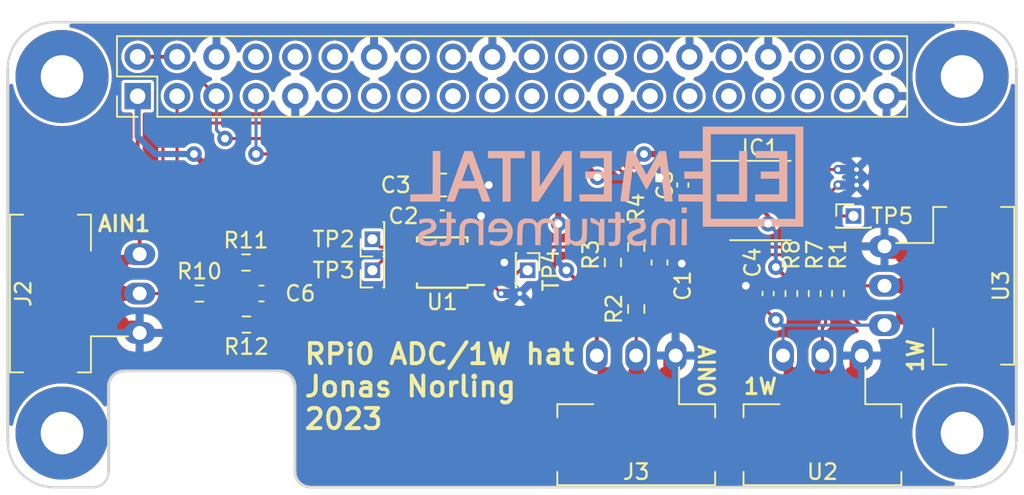
<source format=kicad_pcb>
(kicad_pcb (version 20211014) (generator pcbnew)
  (title_block (title "RPi0 Room Node"))
  (layers (0 "F.Cu" signal) (31 "B.Cu" signal) (34 "B.Paste" user) (35 "F.Paste" user) (36 "B.SilkS" user "B.Silkscreen") (37 "F.SilkS" user "F.Silkscreen") (38 "B.Mask" user) (39 "F.Mask" user) (44 "Edge.Cuts" user))
  (net 0 "")
  (net 1 "+5V")
  (net 2 "GND")
  (net 3 "/ONEWIRE")
  (net 4 "/AIN0")
  (net 5 "+3.3V")
  (net 6 "/SDA")
  (net 7 "/SCL")
  (net 28 "/AI0")
  (net 29 "Net-(TP2-Pad1)")
  (net 30 "Net-(TP3-Pad1)")
  (net 31 "Net-(TP4-Pad1)")
  (net 38 "Net-(J1-Pad7)")
  (net 39 "/1W_VDD")
  (net 40 "Net-(IC1-Pad7)")
  (net 41 "Net-(R6-Pad2)")
  (net 42 "Net-(IC1-Pad8)")
  (net 43 "Net-(IC1-Pad6)")
  (net 44 "/AIN1")
  (net 45 "/AI1")
  (footprint "NetTie:NetTie-2_THT_Pad0.3mm" (layer "F.Cu") (at 151.2 107 180)
    (fp_text reference "R5" hide)
    (fp_text value "R")
    (fp_poly (pts (xy 0 -0.3) (xy 1.2 -0.3) (xy 1.2 0.3) (xy 0 0.3)) (layer "F.Cu") (width 0) (fill solid))
    (fp_poly (pts (xy 0 -0.3) (xy 1.2 -0.3) (xy 1.2 0.3) (xy 0 0.3)) (layer "B.Cu") (width 0) (fill solid))
    (pad "1" thru_hole circle (at 0 0 180) (size 0.6 0.6) (drill 0.3) (layers *.Cu) (net 2 "GND"))
    (pad "2" thru_hole circle (at 1.2 0 180) (size 0.6 0.6) (drill 0.3) (layers *.Cu) (net 40 "Net-(IC1-Pad7)"))
  )
  (footprint "Connector_PinHeader_1.27mm:PinHeader_1x01_P1.27mm_Vertical" (layer "F.Cu") (at 120 110.5 90)
    (fp_text reference "TP2" (at 0 -2.5 180) (layer "F.SilkS"))
    (fp_text value "TestPoint")
    (pad "1" thru_hole rect (at 0 0 90) (size 1 1) (drill 0.65) (layers *.Cu *.Mask) (net 29 "Net-(TP2-Pad1)"))
  )
  (footprint "Connector_PinHeader_1.27mm:PinHeader_1x01_P1.27mm_Vertical" (layer "F.Cu") (at 130 112.5 -90)
    (fp_text reference "TP4" (at 0 -1.5 -90) (layer "F.SilkS"))
    (fp_text value "TestPoint")
    (pad "1" thru_hole rect (at 0 0 270) (size 1 1) (drill 0.65) (layers *.Cu *.Mask) (net 31 "Net-(TP4-Pad1)"))
  )
  (footprint "Connector_PinHeader_1.27mm:PinHeader_1x01_P1.27mm_Vertical" (layer "F.Cu") (at 120 112.5 90)
    (fp_text reference "TP3" (at 0 -2.5 180) (layer "F.SilkS"))
    (fp_text value "TestPoint")
    (pad "1" thru_hole rect (at 0 0 90) (size 1 1) (drill 0.65) (layers *.Cu *.Mask) (net 30 "Net-(TP3-Pad1)"))
  )
  (footprint "holes:hole_2.75" (layer "F.Cu") (at 100 100)
    (fp_text reference "H1" hide)
    (fp_text value "MountingHole" hide)
    (pad "" np_thru_hole circle locked (at 0 0) (size 6 6) (drill 2.75) (layers *.Cu *.Mask))
  )
  (footprint "holes:hole_2.75" (layer "F.Cu") (at 158 100)
    (fp_text reference "H2" hide)
    (fp_text value "MountingHole" hide)
    (pad "" np_thru_hole circle locked (at 0 0) (size 6 6) (drill 2.75) (layers *.Cu *.Mask))
  )
  (footprint "holes:hole_2.75" (layer "F.Cu") (at 158 123)
    (fp_text reference "H4" hide)
    (fp_text value "MountingHole" hide)
    (pad "" np_thru_hole circle locked (at 0 0) (size 6 6) (drill 2.75) (layers *.Cu *.Mask))
  )
  (footprint "holes:hole_2.75" (layer "F.Cu") (at 100 123)
    (fp_text reference "H3" hide)
    (fp_text value "MountingHole" hide)
    (pad "" np_thru_hole circle locked (at 0 0) (size 6 6) (drill 2.75) (layers *.Cu *.Mask))
  )
  (footprint "Connector_PinHeader_2.54mm:PinHeader_2x20_P2.54mm_Vertical" (layer "F.Cu") (at 104.87 101.27 90)
    (fp_text reference "J1" hide)
    (fp_text value "Raspberry Pi")
    (pad "1" thru_hole rect locked (at 0 0 90) (size 1.7 1.7) (drill 1) (layers *.Cu *.Mask) (net 5 "+3.3V"))
    (pad "2" thru_hole oval locked (at 2.54 0 90) (size 1.7 1.7) (drill 1) (layers *.Cu *.Mask) (net 1 "+5V"))
    (pad "3" thru_hole oval locked (at 0 2.54 90) (size 1.7 1.7) (drill 1) (layers *.Cu *.Mask) (net 6 "/SDA"))
    (pad "4" thru_hole oval locked (at 2.54 2.54 90) (size 1.7 1.7) (drill 1) (layers *.Cu *.Mask) (net 1 "+5V"))
    (pad "5" thru_hole oval locked (at 0 5.08 90) (size 1.7 1.7) (drill 1) (layers *.Cu *.Mask) (net 7 "/SCL"))
    (pad "6" thru_hole oval locked (at 2.54 5.08 90) (size 1.7 1.7) (drill 1) (layers *.Cu *.Mask) (net 2 "GND"))
    (pad "7" thru_hole oval locked (at 0 7.62 90) (size 1.7 1.7) (drill 1) (layers *.Cu *.Mask) (net 38 "Net-(J1-Pad7)"))
    (pad "8" thru_hole oval locked (at 2.54 7.62 90) (size 1.7 1.7) (drill 1) (layers *.Cu *.Mask))
    (pad "9" thru_hole oval locked (at 0 10.16 90) (size 1.7 1.7) (drill 1) (layers *.Cu *.Mask) (net 2 "GND"))
    (pad "10" thru_hole oval locked (at 2.54 10.16 90) (size 1.7 1.7) (drill 1) (layers *.Cu *.Mask))
    (pad "11" thru_hole oval locked (at 0 12.7 90) (size 1.7 1.7) (drill 1) (layers *.Cu *.Mask))
    (pad "12" thru_hole oval locked (at 2.54 12.7 90) (size 1.7 1.7) (drill 1) (layers *.Cu *.Mask))
    (pad "13" thru_hole oval locked (at 0 15.24 90) (size 1.7 1.7) (drill 1) (layers *.Cu *.Mask))
    (pad "14" thru_hole oval locked (at 2.54 15.24 90) (size 1.7 1.7) (drill 1) (layers *.Cu *.Mask) (net 2 "GND"))
    (pad "15" thru_hole oval locked (at 0 17.78 90) (size 1.7 1.7) (drill 1) (layers *.Cu *.Mask))
    (pad "16" thru_hole oval locked (at 2.54 17.78 90) (size 1.7 1.7) (drill 1) (layers *.Cu *.Mask))
    (pad "17" thru_hole oval locked (at 0 20.32 90) (size 1.7 1.7) (drill 1) (layers *.Cu *.Mask))
    (pad "18" thru_hole oval locked (at 2.54 20.32 90) (size 1.7 1.7) (drill 1) (layers *.Cu *.Mask))
    (pad "19" thru_hole oval locked (at 0 22.86 90) (size 1.7 1.7) (drill 1) (layers *.Cu *.Mask))
    (pad "20" thru_hole oval locked (at 2.54 22.86 90) (size 1.7 1.7) (drill 1) (layers *.Cu *.Mask) (net 2 "GND"))
    (pad "21" thru_hole oval locked (at 0 25.4 90) (size 1.7 1.7) (drill 1) (layers *.Cu *.Mask))
    (pad "22" thru_hole oval locked (at 2.54 25.4 90) (size 1.7 1.7) (drill 1) (layers *.Cu *.Mask))
    (pad "23" thru_hole oval locked (at 0 27.94 90) (size 1.7 1.7) (drill 1) (layers *.Cu *.Mask))
    (pad "24" thru_hole oval locked (at 2.54 27.94 90) (size 1.7 1.7) (drill 1) (layers *.Cu *.Mask))
    (pad "25" thru_hole oval locked (at 0 30.48 90) (size 1.7 1.7) (drill 1) (layers *.Cu *.Mask) (net 2 "GND"))
    (pad "26" thru_hole oval locked (at 2.54 30.48 90) (size 1.7 1.7) (drill 1) (layers *.Cu *.Mask))
    (pad "27" thru_hole oval locked (at 0 33.02 90) (size 1.7 1.7) (drill 1) (layers *.Cu *.Mask))
    (pad "28" thru_hole oval locked (at 2.54 33.02 90) (size 1.7 1.7) (drill 1) (layers *.Cu *.Mask))
    (pad "29" thru_hole oval locked (at 0 35.56 90) (size 1.7 1.7) (drill 1) (layers *.Cu *.Mask))
    (pad "30" thru_hole oval locked (at 2.54 35.56 90) (size 1.7 1.7) (drill 1) (layers *.Cu *.Mask) (net 2 "GND"))
    (pad "31" thru_hole oval locked (at 0 38.1 90) (size 1.7 1.7) (drill 1) (layers *.Cu *.Mask))
    (pad "32" thru_hole oval locked (at 2.54 38.1 90) (size 1.7 1.7) (drill 1) (layers *.Cu *.Mask))
    (pad "33" thru_hole oval locked (at 0 40.64 90) (size 1.7 1.7) (drill 1) (layers *.Cu *.Mask))
    (pad "34" thru_hole oval locked (at 2.54 40.64 90) (size 1.7 1.7) (drill 1) (layers *.Cu *.Mask) (net 2 "GND"))
    (pad "35" thru_hole oval locked (at 0 43.18 90) (size 1.7 1.7) (drill 1) (layers *.Cu *.Mask))
    (pad "36" thru_hole oval locked (at 2.54 43.18 90) (size 1.7 1.7) (drill 1) (layers *.Cu *.Mask))
    (pad "37" thru_hole oval locked (at 0 45.72 90) (size 1.7 1.7) (drill 1) (layers *.Cu *.Mask))
    (pad "38" thru_hole oval locked (at 2.54 45.72 90) (size 1.7 1.7) (drill 1) (layers *.Cu *.Mask))
    (pad "39" thru_hole oval locked (at 0 48.26 90) (size 1.7 1.7) (drill 1) (layers *.Cu *.Mask) (net 2 "GND"))
    (pad "40" thru_hole oval locked (at 2.54 48.26 90) (size 1.7 1.7) (drill 1) (layers *.Cu *.Mask))
  )
  (footprint "Package_SO:TSSOP-10_3x3mm_P0.5mm" (layer "F.Cu") (at 124.5 112 180)
    (fp_text reference "U1" (at 0 -2.55) (layer "F.SilkS"))
    (fp_text value "ADS1015IDGS")
    (pad "1" smd rect (at -2.15 -1 180) (size 1.1 0.25) (layers "F.Cu" "F.Paste" "F.Mask") (net 41 "Net-(R6-Pad2)"))
    (pad "2" smd rect (at -2.15 -0.5 180) (size 1.1 0.25) (layers "F.Cu" "F.Paste" "F.Mask") (net 31 "Net-(TP4-Pad1)"))
    (pad "3" smd rect (at -2.15 0 180) (size 1.1 0.25) (layers "F.Cu" "F.Paste" "F.Mask") (net 2 "GND"))
    (pad "4" smd rect (at -2.15 0.5 180) (size 1.1 0.25) (layers "F.Cu" "F.Paste" "F.Mask") (net 4 "/AIN0"))
    (pad "5" smd rect (at -2.15 1 180) (size 1.1 0.25) (layers "F.Cu" "F.Paste" "F.Mask") (net 44 "/AIN1"))
    (pad "6" smd rect (at 2.15 1 180) (size 1.1 0.25) (layers "F.Cu" "F.Paste" "F.Mask") (net 29 "Net-(TP2-Pad1)"))
    (pad "7" smd rect (at 2.15 0.5 180) (size 1.1 0.25) (layers "F.Cu" "F.Paste" "F.Mask") (net 30 "Net-(TP3-Pad1)"))
    (pad "8" smd rect (at 2.15 0 180) (size 1.1 0.25) (layers "F.Cu" "F.Paste" "F.Mask") (net 5 "+3.3V"))
    (pad "9" smd rect (at 2.15 -0.5 180) (size 1.1 0.25) (layers "F.Cu" "F.Paste" "F.Mask") (net 6 "/SDA"))
    (pad "10" smd rect (at 2.15 -1 180) (size 1.1 0.25) (layers "F.Cu" "F.Paste" "F.Mask") (net 7 "/SCL"))
  )
  (footprint "Capacitor_SMD:C_0603_1608Metric_Pad1.08x0.95mm_HandSolder" (layer "F.Cu") (at 138.5 112 90)
    (fp_text reference "C1" (at -1.5 1.5 90) (layer "F.SilkS"))
    (fp_text value "100n")
    (pad "1" smd roundrect (at -0.8625 0 90) (size 1.075 0.95) (layers "F.Cu" "F.Paste" "F.Mask") (net 4 "/AIN0"))
    (pad "2" smd roundrect (at 0.8625 0 90) (size 1.075 0.95) (layers "F.Cu" "F.Paste" "F.Mask") (net 2 "GND"))
  )
  (footprint "Capacitor_SMD:C_0402_1005Metric_Pad0.74x0.62mm_HandSolder" (layer "F.Cu") (at 124.5 109)
    (fp_text reference "C2" (at -2.5 0) (layer "F.SilkS"))
    (fp_text value "100n")
    (pad "1" smd roundrect (at -0.5675 0) (size 0.735 0.62) (layers "F.Cu" "F.Paste" "F.Mask") (net 5 "+3.3V"))
    (pad "2" smd roundrect (at 0.5675 0) (size 0.735 0.62) (layers "F.Cu" "F.Paste" "F.Mask") (net 2 "GND"))
  )
  (footprint "Resistor_SMD:R_0603_1608Metric_Pad0.98x0.95mm_HandSolder" (layer "F.Cu") (at 135.5 112 90)
    (fp_text reference "R3" (at 0.5 -1.43 90) (layer "F.SilkS"))
    (fp_text value "R")
    (pad "1" smd roundrect (at -0.9125 0 90) (size 0.975 0.95) (layers "F.Cu" "F.Paste" "F.Mask") (net 4 "/AIN0"))
    (pad "2" smd roundrect (at 0.9125 0 90) (size 0.975 0.95) (layers "F.Cu" "F.Paste" "F.Mask") (net 5 "+3.3V"))
  )
  (footprint "Resistor_SMD:R_0603_1608Metric_Pad0.98x0.95mm_HandSolder" (layer "F.Cu") (at 137 111 -90)
    (fp_text reference "R4" (at -2.5 0 -90) (layer "F.SilkS"))
    (fp_text value "R")
    (pad "1" smd roundrect (at -0.9125 0 270) (size 0.975 0.95) (layers "F.Cu" "F.Paste" "F.Mask") (net 2 "GND"))
    (pad "2" smd roundrect (at 0.9125 0 270) (size 0.975 0.95) (layers "F.Cu" "F.Paste" "F.Mask") (net 4 "/AIN0"))
  )
  (footprint "Resistor_SMD:R_0603_1608Metric_Pad0.98x0.95mm_HandSolder" (layer "F.Cu") (at 137 115 90)
    (fp_text reference "R2" (at 0 -1.43 90) (layer "F.SilkS"))
    (fp_text value "R")
    (pad "1" smd roundrect (at -0.9125 0 90) (size 0.975 0.95) (layers "F.Cu" "F.Paste" "F.Mask") (net 28 "/AI0"))
    (pad "2" smd roundrect (at 0.9125 0 90) (size 0.975 0.95) (layers "F.Cu" "F.Paste" "F.Mask") (net 4 "/AIN0"))
  )
  (footprint "Capacitor_SMD:C_0805_2012Metric_Pad1.18x1.45mm_HandSolder" (layer "F.Cu") (at 124.5 107)
    (fp_text reference "C3" (at -3 0) (layer "F.SilkS"))
    (fp_text value "DNP")
    (pad "1" smd roundrect (at -1.0375 0) (size 1.175 1.45) (layers "F.Cu" "F.Paste" "F.Mask") (roundrect_rratio 0.212766) (net 5 "+3.3V"))
    (pad "2" smd roundrect (at 1.0375 0) (size 1.175 1.45) (layers "F.Cu" "F.Paste" "F.Mask") (roundrect_rratio 0.212766) (net 2 "GND"))
  )
  (footprint "weird connectors:JST_PH_B3B-PH-SM4-TB_1x03-1MP_P2.00mm_Vertical + 2.54 mm header" (layer "F.Cu") (at 137 122 180)
    (fp_text reference "J3" (at 0 -3.5) (layer "F.SilkS"))
    (fp_text value "Conn_01x03")
    (pad "1" thru_hole oval (at -2.54 4 180) (size 1.4 2) (drill 0.9) (layers *.Cu *.Mask) (net 2 "GND"))
    (pad "1" smd roundrect (at -2 0.5 180) (size 1 5.5) (layers "F.Cu" "F.Paste" "F.Mask") (net 2 "GND"))
    (pad "2" smd roundrect (at 0 0.5 180) (size 1 5.5) (layers "F.Cu" "F.Paste" "F.Mask") (net 28 "/AI0"))
    (pad "2" thru_hole oval (at 0 4 180) (size 1.4 2) (drill 0.9) (layers *.Cu *.Mask) (net 28 "/AI0"))
    (pad "3" smd roundrect (at 2 0.5 180) (size 1 5.5) (layers "F.Cu" "F.Paste" "F.Mask") (net 5 "+3.3V"))
    (pad "3" thru_hole oval (at 2.54 4 180) (size 1.4 2) (drill 0.9) (layers *.Cu *.Mask) (net 5 "+3.3V"))
    (pad "MP" smd roundrect (at -4.4 -1.75 180) (size 1.6 3) (layers "F.Cu" "F.Paste" "F.Mask") (roundrect_rratio 0.15625))
    (pad "MP" smd roundrect (at 4.4 -1.75 180) (size 1.6 3) (layers "F.Cu" "F.Paste" "F.Mask") (roundrect_rratio 0.15625))
  )
  (footprint "NetTie:NetTie-2_THT_Pad0.3mm" (layer "F.Cu") (at 129.5 114 180)
    (fp_text reference "R6" hide)
    (fp_text value "R")
    (fp_poly (pts (xy 0 -0.3) (xy 1.2 -0.3) (xy 1.2 0.3) (xy 0 0.3)) (layer "F.Cu") (width 0) (fill solid))
    (fp_poly (pts (xy 0 -0.3) (xy 1.2 -0.3) (xy 1.2 0.3) (xy 0 0.3)) (layer "B.Cu") (width 0) (fill solid))
    (pad "1" thru_hole circle (at 0 0 180) (size 0.6 0.6) (drill 0.3) (layers *.Cu) (net 2 "GND"))
    (pad "2" thru_hole circle (at 1.2 0 180) (size 0.6 0.6) (drill 0.3) (layers *.Cu) (net 41 "Net-(R6-Pad2)"))
  )
  (footprint "Resistor_SMD:R_0402_1005Metric_Pad0.72x0.64mm_HandSolder" (layer "F.Cu") (at 150 114 90)
    (fp_text reference "R1" (at 2.5 0 90) (layer "F.SilkS"))
    (fp_text value "4k7")
    (pad "1" smd roundrect (at -0.5975 0 90) (size 0.715 0.64) (layers "F.Cu" "F.Paste" "F.Mask") (net 39 "/1W_VDD"))
    (pad "2" smd roundrect (at 0.5975 0 90) (size 0.715 0.64) (layers "F.Cu" "F.Paste" "F.Mask") (net 3 "/ONEWIRE"))
  )
  (footprint "Resistor_SMD:R_0402_1005Metric_Pad0.72x0.64mm_HandSolder" (layer "F.Cu") (at 148.5 114 90)
    (fp_text reference "R7" (at 2.5 0 90) (layer "F.SilkS"))
    (fp_text value "10")
    (pad "1" smd roundrect (at -0.5975 0 90) (size 0.715 0.64) (layers "F.Cu" "F.Paste" "F.Mask") (net 38 "Net-(J1-Pad7)"))
    (pad "2" smd roundrect (at 0.5975 0 90) (size 0.715 0.64) (layers "F.Cu" "F.Paste" "F.Mask") (net 3 "/ONEWIRE"))
  )
  (footprint "Connector_PinHeader_1.27mm:PinHeader_1x01_P1.27mm_Vertical" (layer "F.Cu") (at 151 109)
    (fp_text reference "TP5" (at 2.5 0) (layer "F.SilkS"))
    (fp_text value "TestPoint")
    (pad "1" thru_hole rect (at 0 0) (size 1 1) (drill 0.65) (layers *.Cu *.Mask) (net 43 "Net-(IC1-Pad6)"))
  )
  (footprint "Capacitor_SMD:C_0402_1005Metric_Pad0.74x0.62mm_HandSolder" (layer "F.Cu") (at 140 107 90)
    (fp_text reference "C5" (at 0 -1.16 90) (layer "F.SilkS"))
    (fp_text value "100n")
    (pad "1" smd roundrect (at -0.5675 0 90) (size 0.735 0.62) (layers "F.Cu" "F.Paste" "F.Mask") (net 2 "GND"))
    (pad "2" smd roundrect (at 0.5675 0 90) (size 0.735 0.62) (layers "F.Cu" "F.Paste" "F.Mask") (net 5 "+3.3V"))
  )
  (footprint "NetTie:NetTie-2_THT_Pad0.3mm" (layer "F.Cu") (at 151.2 106 180)
    (fp_text reference "R9" hide)
    (fp_text value "R")
    (fp_poly (pts (xy 0 -0.3) (xy 1.2 -0.3) (xy 1.2 0.3) (xy 0 0.3)) (layer "F.Cu") (width 0) (fill solid))
    (fp_poly (pts (xy 0 -0.3) (xy 1.2 -0.3) (xy 1.2 0.3) (xy 0 0.3)) (layer "B.Cu") (width 0) (fill solid))
    (pad "1" thru_hole circle (at 0 0 180) (size 0.6 0.6) (drill 0.3) (layers *.Cu) (net 2 "GND"))
    (pad "2" thru_hole circle (at 1.2 0 180) (size 0.6 0.6) (drill 0.3) (layers *.Cu) (net 42 "Net-(IC1-Pad8)"))
  )
  (footprint "Capacitor_SMD:C_0402_1005Metric_Pad0.74x0.62mm_HandSolder" (layer "F.Cu") (at 145.5 114 -90)
    (fp_text reference "C4" (at -2 1 90) (layer "F.SilkS"))
    (fp_text value "100n")
    (pad "1" smd roundrect (at -0.5675 0 270) (size 0.735 0.62) (layers "F.Cu" "F.Paste" "F.Mask") (net 2 "GND"))
    (pad "2" smd roundrect (at 0.5675 0 270) (size 0.735 0.62) (layers "F.Cu" "F.Paste" "F.Mask") (net 39 "/1W_VDD"))
  )
  (footprint "weird connectors:JST_PH_B3B-PH-SM4-TB_1x03-1MP_P2.00mm_Vertical + 2.54 mm header" (layer "F.Cu") (at 149 122 180)
    (fp_text reference "U2" (at 0 -3.5) (layer "F.SilkS"))
    (fp_text value "DS18B20")
    (pad "1" thru_hole oval (at -2.54 4 180) (size 1.4 2) (drill 0.9) (layers *.Cu *.Mask) (net 2 "GND"))
    (pad "1" smd roundrect (at -2 0.5 180) (size 1 5.5) (layers "F.Cu" "F.Paste" "F.Mask") (net 2 "GND"))
    (pad "2" thru_hole oval (at 0 4 180) (size 1.4 2) (drill 0.9) (layers *.Cu *.Mask) (net 3 "/ONEWIRE"))
    (pad "2" smd roundrect (at 0 0.5 180) (size 1 5.5) (layers "F.Cu" "F.Paste" "F.Mask") (net 3 "/ONEWIRE"))
    (pad "3" thru_hole oval (at 2.54 4 180) (size 1.4 2) (drill 0.9) (layers *.Cu *.Mask) (net 39 "/1W_VDD"))
    (pad "3" smd roundrect (at 2 0.5 180) (size 1 5.5) (layers "F.Cu" "F.Paste" "F.Mask") (net 39 "/1W_VDD"))
    (pad "MP" smd roundrect (at 4.4 -1.75 180) (size 1.6 3) (layers "F.Cu" "F.Paste" "F.Mask") (roundrect_rratio 0.15625))
    (pad "MP" smd roundrect (at -4.4 -1.75 180) (size 1.6 3) (layers "F.Cu" "F.Paste" "F.Mask") (roundrect_rratio 0.15625))
  )
  (footprint "Resistor_SMD:R_0603_1608Metric_Pad0.98x0.95mm_HandSolder" (layer "F.Cu") (at 111.852224 112)
    (fp_text reference "R11" (at 0 -1.43) (layer "F.SilkS"))
    (fp_text value "R")
    (pad "1" smd roundrect (at -0.9125 0) (size 0.975 0.95) (layers "F.Cu" "F.Paste" "F.Mask") (net 44 "/AIN1"))
    (pad "2" smd roundrect (at 0.9125 0) (size 0.975 0.95) (layers "F.Cu" "F.Paste" "F.Mask") (net 5 "+3.3V"))
  )
  (footprint "Capacitor_SMD:C_0603_1608Metric_Pad1.08x0.95mm_HandSolder" (layer "F.Cu") (at 112.852224 114)
    (fp_text reference "C6" (at 2.5 0) (layer "F.SilkS"))
    (fp_text value "100n")
    (pad "1" smd roundrect (at -0.8625 0) (size 1.075 0.95) (layers "F.Cu" "F.Paste" "F.Mask") (net 44 "/AIN1"))
    (pad "2" smd roundrect (at 0.8625 0) (size 1.075 0.95) (layers "F.Cu" "F.Paste" "F.Mask") (net 2 "GND"))
  )
  (footprint "Package_SO:SO-8_3.9x4.9mm_P1.27mm" (layer "F.Cu") (at 145 108)
    (fp_text reference "IC1" (at 0 -3.4) (layer "F.SilkS"))
    (fp_text value "DS2482-100S")
    (pad "1" smd rect (at -2.575 -1.905) (size 2 0.6) (layers "F.Cu" "F.Paste" "F.Mask") (net 5 "+3.3V"))
    (pad "2" smd roundrect (at -2.575 -0.635) (size 2 0.6) (layers "F.Cu" "F.Paste" "F.Mask") (net 3 "/ONEWIRE"))
    (pad "3" smd roundrect (at -2.575 0.635) (size 2 0.6) (layers "F.Cu" "F.Paste" "F.Mask") (net 2 "GND"))
    (pad "4" smd roundrect (at -2.575 1.905) (size 2 0.6) (layers "F.Cu" "F.Paste" "F.Mask") (net 7 "/SCL"))
    (pad "5" smd roundrect (at 2.575 1.905) (size 2 0.6) (layers "F.Cu" "F.Paste" "F.Mask") (net 6 "/SDA"))
    (pad "6" smd roundrect (at 2.575 0.635) (size 2 0.6) (layers "F.Cu" "F.Paste" "F.Mask") (net 43 "Net-(IC1-Pad6)"))
    (pad "7" smd roundrect (at 2.575 -0.635) (size 2 0.6) (layers "F.Cu" "F.Paste" "F.Mask") (net 40 "Net-(IC1-Pad7)"))
    (pad "8" smd roundrect (at 2.575 -1.905) (size 2 0.6) (layers "F.Cu" "F.Paste" "F.Mask") (net 42 "Net-(IC1-Pad8)"))
  )
  (footprint "weird connectors:JST_PH_B3B-PH-SM4-TB_1x03-1MP_P2.00mm_Vertical + 2.54 mm header" (layer "F.Cu") (at 157 113.5 -90)
    (fp_text reference "U3" (at 0 -3.5 90) (layer "F.SilkS"))
    (fp_text value "DS18B20")
    (pad "1" thru_hole oval (at -2.54 4 270) (size 1.4 2) (drill 0.9) (layers *.Cu *.Mask) (net 2 "GND"))
    (pad "1" smd roundrect (at -2 0.5 270) (size 1 5.5) (layers "F.Cu" "F.Paste" "F.Mask") (net 2 "GND"))
    (pad "2" thru_hole oval (at 0 4 270) (size 1.4 2) (drill 0.9) (layers *.Cu *.Mask) (net 3 "/ONEWIRE"))
    (pad "2" smd roundrect (at 0 0.5 270) (size 1 5.5) (layers "F.Cu" "F.Paste" "F.Mask") (net 3 "/ONEWIRE"))
    (pad "3" smd roundrect (at 2 0.5 270) (size 1 5.5) (layers "F.Cu" "F.Paste" "F.Mask") (net 39 "/1W_VDD"))
    (pad "3" thru_hole oval (at 2.54 4 270) (size 1.4 2) (drill 0.9) (layers *.Cu *.Mask) (net 39 "/1W_VDD"))
    (pad "MP" smd roundrect (at 4.4 -1.75 270) (size 1.6 3) (layers "F.Cu" "F.Paste" "F.Mask") (roundrect_rratio 0.15625))
    (pad "MP" smd roundrect (at -4.4 -1.75 270) (size 1.6 3) (layers "F.Cu" "F.Paste" "F.Mask") (roundrect_rratio 0.15625))
  )
  (footprint "Resistor_SMD:R_0402_1005Metric_Pad0.72x0.64mm_HandSolder" (layer "F.Cu") (at 147 114 -90)
    (fp_text reference "R8" (at -2.5 0 90) (layer "F.SilkS"))
    (fp_text value "10")
    (pad "1" smd roundrect (at -0.5975 0 270) (size 0.715 0.64) (layers "F.Cu" "F.Paste" "F.Mask") (net 5 "+3.3V"))
    (pad "2" smd roundrect (at 0.5975 0 270) (size 0.715 0.64) (layers "F.Cu" "F.Paste" "F.Mask") (net 39 "/1W_VDD"))
  )
  (footprint "Resistor_SMD:R_0603_1608Metric_Pad0.98x0.95mm_HandSolder" (layer "F.Cu") (at 108.852224 114)
    (fp_text reference "R10" (at 0 -1.43) (layer "F.SilkS"))
    (fp_text value "R")
    (pad "1" smd roundrect (at -0.9125 0) (size 0.975 0.95) (layers "F.Cu" "F.Paste" "F.Mask") (net 45 "/AI1"))
    (pad "2" smd roundrect (at 0.9125 0) (size 0.975 0.95) (layers "F.Cu" "F.Paste" "F.Mask") (net 44 "/AIN1"))
  )
  (footprint "weird connectors:JST_PH_B3B-PH-SM4-TB_1x03-1MP_P2.00mm_Vertical + 2.54 mm header" (layer "F.Cu") (at 101 114 90)
    (fp_text reference "J2" (at 0 -3.5 270) (layer "F.SilkS"))
    (fp_text value "Conn_01x03")
    (pad "1" thru_hole oval (at -2.54 4 90) (size 1.4 2) (drill 0.9) (layers *.Cu *.Mask) (net 2 "GND"))
    (pad "1" smd roundrect (at -2 0.5 90) (size 1 5.5) (layers "F.Cu" "F.Paste" "F.Mask") (net 2 "GND"))
    (pad "2" thru_hole oval (at 0 4 90) (size 1.4 2) (drill 0.9) (layers *.Cu *.Mask) (net 45 "/AI1"))
    (pad "2" smd roundrect (at 0 0.5 90) (size 1 5.5) (layers "F.Cu" "F.Paste" "F.Mask") (net 45 "/AI1"))
    (pad "3" smd roundrect (at 2 0.5 90) (size 1 5.5) (layers "F.Cu" "F.Paste" "F.Mask") (net 5 "+3.3V"))
    (pad "3" thru_hole oval (at 2.54 4 90) (size 1.4 2) (drill 0.9) (layers *.Cu *.Mask) (net 5 "+3.3V"))
    (pad "MP" smd roundrect (at 4.4 -1.75 90) (size 1.6 3) (layers "F.Cu" "F.Paste" "F.Mask") (roundrect_rratio 0.15625))
    (pad "MP" smd roundrect (at -4.4 -1.75 90) (size 1.6 3) (layers "F.Cu" "F.Paste" "F.Mask") (roundrect_rratio 0.15625))
  )
  (footprint "Resistor_SMD:R_0603_1608Metric_Pad0.98x0.95mm_HandSolder" (layer "F.Cu") (at 111.879603 116 180)
    (fp_text reference "R12" (at 0 -1.43 180) (layer "F.SilkS"))
    (fp_text value "R")
    (pad "1" smd roundrect (at -0.9125 0 180) (size 0.975 0.95) (layers "F.Cu" "F.Paste" "F.Mask") (net 2 "GND"))
    (pad "2" smd roundrect (at 0.9125 0 180) (size 0.975 0.95) (layers "F.Cu" "F.Paste" "F.Mask") (net 44 "/AIN1"))
  )
  (footprint "elemental:elemental-4mm-mask" (layer "F.Cu") (at 125.5 123.5)
    (fp_text reference "G***" hide)
    (fp_text value "LOGO" hide)
  )
  (footprint "elemental:elemental-25.4mm" (layer "B.Cu") (at 135.25 107.25 180)
    (fp_text reference "G***" hide)
    (fp_text value "LOGO" hide)
  )
  (gr_arc (start 158.5 96.5) (mid 160.62132 97.37868) (end 161.5 99.5) (layer "Edge.Cuts") (width 0.15))
  (gr_arc (start 96.5 99.5) (mid 97.37868 97.37868) (end 99.5 96.5) (layer "Edge.Cuts") (width 0.15))
  (gr_line (start 99.5 96.5) (end 158.5 96.5) (layer "Edge.Cuts") (width 0.15))
  (gr_line (start 116 126.5) (end 158.5 126.5) (layer "Edge.Cuts") (width 0.15))
  (gr_arc (start 99.5 126.5) (mid 97.37868 125.62132) (end 96.5 123.5) (layer "Edge.Cuts") (width 0.15))
  (gr_line (start 161.5 123.5) (end 161.5 99.5) (layer "Edge.Cuts") (width 0.2))
  (gr_arc (start 161.5 123.5) (mid 160.62132 125.62132) (end 158.5 126.5) (layer "Edge.Cuts") (width 0.15))
  (gr_line (start 115 125.5) (end 115 120) (layer "Edge.Cuts") (width 0.15))
  (gr_line (start 104 119) (end 114 119) (layer "Edge.Cuts") (width 0.15))
  (gr_arc (start 103 125.5) (mid 102.707107 126.207107) (end 102 126.5) (layer "Edge.Cuts") (width 0.15))
  (gr_arc (start 116 126.5) (mid 115.292893 126.207107) (end 115 125.5) (layer "Edge.Cuts") (width 0.15))
  (gr_line (start 103 125.5) (end 103 120) (layer "Edge.Cuts") (width 0.2))
  (gr_line (start 99.5 126.5) (end 102 126.5) (layer "Edge.Cuts") (width 0.15))
  (gr_arc (start 103 120) (mid 103.292893 119.292893) (end 104 119) (layer "Edge.Cuts") (width 0.2))
  (gr_arc (start 114 119) (mid 114.707107 119.292893) (end 115 120) (layer "Edge.Cuts") (width 0.2))
  (gr_line (start 96.5 123.5) (end 96.5 99.5) (layer "Edge.Cuts") (width 0.2))
  (gr_text "1W" (at 145 120) (layer "F.SilkS") (effects (font (size 1 1) (thickness 0.2))))
  (gr_text "1W" (at 155 118 90) (layer "F.SilkS") (effects (font (size 1 1) (thickness 0.2))))
  (gr_text "RPi0 ADC/1W hat\nJonas Norling\n2023" (at 115.5 120) (layer "F.SilkS") (effects (font (size 1.3 1.3) (thickness 0.25)) (justify left)))
  (gr_text "AIN0" (at 141.5 119 270) (layer "F.SilkS") (effects (font (size 1 1) (thickness 0.2))))
  (gr_text "AIN1" (at 104 109.5) (layer "F.SilkS") (effects (font (size 1 1) (thickness 0.2))))
  (segment (start 104.87 98.73) (end 107.41 98.73) (width 0.25) (layer "F.Cu") (net 1))
  (segment (start 138.5 111.4325) (end 139.301836 111.4325) (width 0.25) (layer "F.Cu") (net 2))
  (segment (start 145.5 113.4325) (end 144.132832 113.4325) (width 0.25) (layer "F.Cu") (net 2))
  (segment (start 125.0675 109) (end 127 109) (width 0.25) (layer "F.Cu") (net 2))
  (segment (start 151 121.5) (end 151 118) (width 0.25) (layer "F.Cu") (net 2))
  (segment (start 139.0675 107.5675) (end 138.5 107) (width 0.25) (layer "F.Cu") (net 2))
  (segment (start 144.132832 113.4325) (end 144.065332 113.5) (width 0.25) (layer "F.Cu") (net 2))
  (segment (start 139.301836 111.4325) (end 139.934668 112.065332) (width 0.25) (layer "F.Cu") (net 2))
  (segment (start 125.5375 107) (end 127.5 107) (width 0.25) (layer "F.Cu") (net 2))
  (segment (start 139 121.5) (end 139 117.5) (width 0.25) (layer "F.Cu") (net 2))
  (segment (start 138.5 107) (end 138.5 106.5) (width 0.25) (layer "F.Cu") (net 2))
  (segment (start 126.5 112) (end 128.5 112) (width 0.25) (layer "F.Cu") (net 2))
  (segment (start 140 107.5675) (end 139.0675 107.5675) (width 0.25) (layer "F.Cu") (net 2))
  (via (at 127.5 107) (size 1) (drill 0.5) (layers "F.Cu" "B.Cu") (net 2))
  (via (at 144.065332 113.5) (size 1) (drill 0.5) (layers "F.Cu" "B.Cu") (net 2))
  (via (at 128.5 112) (size 1) (drill 0.5) (layers "F.Cu" "B.Cu") (net 2))
  (via (at 139.934668 112.065332) (size 1) (drill 0.5) (layers "F.Cu" "B.Cu") (net 2))
  (via (at 138.5 106.5) (size 1) (drill 0.5) (layers "F.Cu" "B.Cu") (net 2))
  (via (at 127 109) (size 1) (drill 0.5) (layers "F.Cu" "B.Cu") (net 2))
  (segment (start 144 108.573604) (end 144 110.5) (width 0.2) (layer "F.Cu") (net 3))
  (segment (start 149.2 113.405) (end 149.2 116) (width 0.2) (layer "F.Cu") (net 3))
  (segment (start 149.2025 113.4025) (end 149.2 113.405) (width 0.2) (layer "F.Cu") (net 3))
  (segment (start 147.5 111) (end 148.5 112) (width 0.2) (layer "F.Cu") (net 3))
  (segment (start 149.2 116) (end 149 116.2) (width 0.2) (layer "F.Cu") (net 3))
  (segment (start 149 117.5975) (end 149 121.5) (width 0.2) (layer "F.Cu") (net 3))
  (segment (start 149 116.2) (end 149 118) (width 0.2) (layer "F.Cu") (net 3))
  (segment (start 149.2025 113.4025) (end 150 113.4025) (width 0.2) (layer "F.Cu") (net 3))
  (segment (start 144 110.5) (end 144.5 111) (width 0.2) (layer "F.Cu") (net 3))
  (segment (start 144.5 111) (end 147.5 111) (width 0.2) (layer "F.Cu") (net 3))
  (segment (start 142.791396 107.365) (end 144 108.573604) (width 0.2) (layer "F.Cu") (net 3))
  (segment (start 148.5 113.4025) (end 149.2025 113.4025) (width 0.2) (layer "F.Cu") (net 3))
  (segment (start 150.0975 113.5) (end 153 113.5) (width 0.2) (layer "F.Cu") (net 3))
  (segment (start 148.5 112) (end 148.5 113.4025) (width 0.2) (layer "F.Cu") (net 3))
  (segment (start 150 113.4025) (end 150.0975 113.5) (width 0.2) (layer "F.Cu") (net 3))
  (segment (start 128 111) (end 133.9025 111) (width 0.2) (layer "F.Cu") (net 4))
  (segment (start 126.65 111.5) (end 127.5 111.5) (width 0.2) (layer "F.Cu") (net 4))
  (segment (start 127.5 111.5) (end 128 111) (width 0.2) (layer "F.Cu") (net 4))
  (segment (start 135.5 112.9125) (end 138.45 112.9125) (width 0.2) (layer "F.Cu") (net 4))
  (segment (start 137 114.0875) (end 137 111.9125) (width 0.2) (layer "F.Cu") (net 4))
  (segment (start 133.9025 111) (end 135.5 112.5975) (width 0.2) (layer "F.Cu") (net 4))
  (segment (start 105 105) (end 105 108.5) (width 0.25) (layer "F.Cu") (net 5))
  (segment (start 140.3375 106.095) (end 140 106.4325) (width 0.25) (layer "F.Cu") (net 5))
  (segment (start 145.5 109.5) (end 145.5 109) (width 0.25) (layer "F.Cu") (net 5))
  (segment (start 108.5 105) (end 110 106.5) (width 0.4) (layer "F.Cu") (net 5))
  (segment (start 134.46 118) (end 134.46 114.54) (width 0.25) (layer "F.Cu") (net 5))
  (segment (start 134.46 118) (end 134.46 114.46) (width 0.25) (layer "F.Cu") (net 5))
  (segment (start 104.87 104.87) (end 104.87 101.27) (width 0.25) (layer "F.Cu") (net 5))
  (segment (start 135.5 111.0875) (end 135.5 110.5) (width 0.25) (layer "F.Cu") (net 5))
  (segment (start 105 108.5) (end 105 111.46) (width 0.25) (layer "F.Cu") (net 5))
  (segment (start 123.4625 108.53) (end 123.9325 109) (width 0.25) (layer "F.Cu") (net 5))
  (segment (start 131.98125 105.51875) (end 133.51875 105.51875) (width 0.4) (layer "F.Cu") (net 5))
  (segment (start 107 110.5) (end 105 108.5) (width 0.25) (layer "F.Cu") (net 5))
  (segment (start 104.87 104.87) (end 105 105) (width 0.25) (layer "F.Cu") (net 5))
  (segment (start 134.5 109.5) (end 132 109.5) (width 0.25) (layer "F.Cu") (net 5))
  (segment (start 134.46 114.54) (end 134.5 114.5) (width 0.25) (layer "F.Cu") (net 5))
  (segment (start 121.98125 105.51875) (end 131.98125 105.51875) (width 0.4) (layer "F.Cu") (net 5))
  (segment (start 121.98125 105.51875) (end 123.4625 107) (width 0.25) (layer "F.Cu") (net 5))
  (segment (start 131.98125 105.51875) (end 131.98125 109.48125) (width 0.4) (layer "F.Cu") (net 5))
  (segment (start 147 113.4025) (end 147 113.2995) (width 0.25) (layer "F.Cu") (net 5))
  (segment (start 137.5 105) (end 141.33 105) (width 0.4) (layer "F.Cu") (net 5))
  (segment (start 105 112) (end 105.5 111.5) (width 0.25) (layer "F.Cu") (net 5))
  (segment (start 145 108.5) (end 145 107.523198) (width 0.25) (layer "F.Cu") (net 5))
  (segment (start 123.175 112) (end 123.9325 111.2425) (width 0.25) (layer "F.Cu") (net 5))
  (segment (start 110.949724 110.5) (end 107 110.5) (width 0.25) (layer "F.Cu") (net 5))
  (segment (start 143.571802 106.095) (end 145 107.523198) (width 0.25) (layer "F.Cu") (net 5))
  (segment (start 112.449724 112) (end 110.949724 110.5) (width 0.25) (layer "F.Cu") (net 5))
  (segment (start 131.98125 109.48125) (end 132 109.5) (width 0.4) (layer "F.Cu") (net 5))
  (segment (start 141.33 105) (end 142.425 106.095) (width 0.4) (layer "F.Cu") (net 5))
  (segment (start 145.5 109) (end 145 108.5) (width 0.25) (layer "F.Cu") (net 5))
  (segment (start 133.51875 105.51875) (end 134.5 106.5) (width 0.4) (layer "F.Cu") (net 5))
  (segment (start 135.5 110.5) (end 134.5 109.5) (width 0.25) (layer "F.Cu") (net 5))
  (segment (start 123.4625 107) (end 123.4625 108.53) (width 0.25) (layer "F.Cu") (net 5))
  (segment (start 134.46 114.46) (end 132.5 112.5) (width 0.25) (layer "F.Cu") (net 5))
  (segment (start 147 113.2995) (end 146 112.2995) (width 0.25) (layer "F.Cu") (net 5))
  (segment (start 113.5 106.5) (end 114.5 105.5) (width 0.4) (layer "F.Cu") (net 5))
  (segment (start 142.425 106.095) (end 143.571802 106.095) (width 0.25) (layer "F.Cu") (net 5))
  (segment (start 121.9625 105.5) (end 121.98125 105.51875) (width 0.4) (layer "F.Cu") (net 5))
  (segment (start 123.9325 111.2425) (end 123.9325 109) (width 0.25) (layer "F.Cu") (net 5))
  (segment (start 122.35 112) (end 123.175 112) (width 0.25) (layer "F.Cu") (net 5))
  (segment (start 114.5 105.5) (end 121.9625 105.5) (width 0.4) (layer "F.Cu") (net 5))
  (segment (start 110 106.5) (end 113.5 106.5) (width 0.4) (layer "F.Cu") (net 5))
  (segment (start 140.3375 106.095) (end 142.425 106.095) (width 0.25) (layer "F.Cu") (net 5))
  (segment (start 101.5 112) (end 105 112) (width 0.25) (layer "F.Cu") (net 5))
  (via (at 132.5 112.5) (size 1) (drill 0.5) (layers "F.Cu" "B.Cu") (net 5))
  (via (at 134.5 106.5) (size 1) (drill 0.5) (layers "F.Cu" "B.Cu") (net 5))
  (via (at 132 109.5) (size 1) (drill 0.5) (layers "F.Cu" "B.Cu") (net 5))
  (via (at 146 112.2995) (size 1) (drill 0.5) (layers "F.Cu" "B.Cu") (net 5))
  (via (at 145.5 109.5) (size 1) (drill 0.5) (layers "F.Cu" "B.Cu") (net 5))
  (via (at 108.5 105) (size 1) (drill 0.5) (layers "F.Cu" "B.Cu") (net 5))
  (via (at 137.5 105) (size 1) (drill 0.5) (layers "F.Cu" "B.Cu") (net 5))
  (segment (start 132 112) (end 132.5 112.5) (width 0.4) (layer "B.Cu") (net 5))
  (segment (start 104.87 103.87) (end 106 105) (width 0.4) (layer "B.Cu") (net 5))
  (segment (start 106 105) (end 108.5 105) (width 0.4) (layer "B.Cu") (net 5))
  (segment (start 146 112.2995) (end 146 110) (width 0.25) (layer "B.Cu") (net 5))
  (segment (start 134.5 106.5) (end 136 106.5) (width 0.4) (layer "B.Cu") (net 5))
  (segment (start 136 106.5) (end 137.5 105) (width 0.4) (layer "B.Cu") (net 5))
  (segment (start 132 109.5) (end 132 112) (width 0.4) (layer "B.Cu") (net 5))
  (segment (start 104.87 101.27) (end 104.87 103.87) (width 0.4) (layer "B.Cu") (net 5))
  (segment (start 146 110) (end 145.5 109.5) (width 0.25) (layer "B.Cu") (net 5))
  (segment (start 114 107) (end 108.5 107) (width 0.2) (layer "F.Cu") (net 6))
  (segment (start 107.5 103) (end 113 103) (width 0.2) (layer "F.Cu") (net 6))
  (segment (start 135.5 103.5) (end 142.5 103.5) (width 0.2) (layer "F.Cu") (net 6))
  (segment (start 135 104) (end 135.5 103.5) (width 0.2) (layer "F.Cu") (net 6))
  (segment (start 108.5 107) (end 107.41 105.91) (width 0.2) (layer "F.Cu") (net 6))
  (segment (start 120.075 114) (end 118 114) (width 0.2) (layer "F.Cu") (net 6))
  (segment (start 117 110) (end 114 107) (width 0.2) (layer "F.Cu") (net 6))
  (segment (start 113 103) (end 114 104) (width 0.2) (layer "F.Cu") (net 6))
  (segment (start 118 114) (end 117 113) (width 0.2) (layer "F.Cu") (net 6))
  (segment (start 114 104) (end 135 104) (width 0.2) (layer "F.Cu") (net 6))
  (segment (start 117 113) (end 117 110) (width 0.2) (layer "F.Cu") (net 6))
  (segment (start 142.5 103.5) (end 145.901802 106.901802) (width 0.2) (layer "F.Cu") (net 6))
  (segment (start 121.575 112.5) (end 122.35 112.5) (width 0.2) (layer "F.Cu") (net 6))
  (segment (start 145.901802 108.598198) (end 147.208604 109.905) (width 0.2) (layer "F.Cu") (net 6))
  (segment (start 145.901802 106.901802) (end 145.901802 108.598198) (width 0.2) (layer "F.Cu") (net 6))
  (segment (start 107.41 105.91) (end 107.41 101.27) (width 0.2) (layer "F.Cu") (net 6))
  (segment (start 120.075 114) (end 121.575 112.5) (width 0.2) (layer "F.Cu") (net 6))
  (segment (start 117.934314 114.5) (end 116.467157 113.032842) (width 0.2) (layer "F.Cu") (net 7))
  (segment (start 108 107.5) (end 106.5 106) (width 0.2) (layer "F.Cu") (net 7))
  (segment (start 116.467157 113.032842) (end 116.467157 110.467157) (width 0.2) (layer "F.Cu") (net 7))
  (segment (start 113.5 104.5) (end 113 104) (width 0.2) (layer "F.Cu") (net 7))
  (segment (start 135 104.5) (end 113.5 104.5) (width 0.2) (layer "F.Cu") (net 7))
  (segment (start 122.5 113) (end 121 114.5) (width 0.2) (layer "F.Cu") (net 7))
  (segment (start 142.425 109.905) (end 140.405 109.905) (width 0.2) (layer "F.Cu") (net 7))
  (segment (start 140.405 109.905) (end 135 104.5) (width 0.2) (layer "F.Cu") (net 7))
  (segment (start 106.02 100.98) (end 107 100) (width 0.2) (layer "F.Cu") (net 7))
  (segment (start 106.02 102.02) (end 106.02 100.98) (width 0.2) (layer "F.Cu") (net 7))
  (segment (start 113 104) (end 110.5 104) (width 0.2) (layer "F.Cu") (net 7))
  (segment (start 121 114.5) (end 117.934314 114.5) (width 0.2) (layer "F.Cu") (net 7))
  (segment (start 106.5 102.5) (end 106.02 102.02) (width 0.2) (layer "F.Cu") (net 7))
  (segment (start 107 100) (end 108.68 100) (width 0.2) (layer "F.Cu") (net 7))
  (segment (start 108.68 100) (end 109.95 101.27) (width 0.2) (layer "F.Cu") (net 7))
  (segment (start 113.5 107.5) (end 108 107.5) (width 0.2) (layer "F.Cu") (net 7))
  (segment (start 116.467157 110.467157) (end 113.5 107.5) (width 0.2) (layer "F.Cu") (net 7))
  (segment (start 106.5 106) (end 106.5 102.5) (width 0.2) (layer "F.Cu") (net 7))
  (via (at 110.5 104) (size 1) (drill 0.5) (layers "F.Cu" "B.Cu") (net 7))
  (segment (start 109.95 103.45) (end 110.5 104) (width 0.2) (layer "B.Cu") (net 7))
  (segment (start 109.95 101.27) (end 109.95 103.45) (width 0.2) (layer "B.Cu") (net 7))
  (segment (start 137 121.5) (end 137 115.5975) (width 0.2) (layer "F.Cu") (net 28))
  (segment (start 122.35 111) (end 120.5 111) (width 0.2) (layer "F.Cu") (net 29))
  (segment (start 120.5 111) (end 120 110.5) (width 0.2) (layer "F.Cu") (net 29))
  (segment (start 121 111.5) (end 120 112.5) (width 0.2) (layer "F.Cu") (net 30))
  (segment (start 122.35 111.5) (end 121 111.5) (width 0.2) (layer "F.Cu") (net 30))
  (segment (start 129.5 112.5) (end 129 113) (width 0.2) (layer "F.Cu") (net 31))
  (segment (start 130 112.5) (end 129.5 112.5) (width 0.2) (layer "F.Cu") (net 31))
  (segment (start 129 113) (end 128 113) (width 0.2) (layer "F.Cu") (net 31))
  (segment (start 128 113) (end 127.5 112.5) (width 0.2) (layer "F.Cu") (net 31))
  (segment (start 126.65 112.5) (end 127.5 112.5) (width 0.2) (layer "F.Cu") (net 31))
  (segment (start 134.934314 105) (end 141.434314 111.5) (width 0.2) (layer "F.Cu") (net 38))
  (segment (start 147.88 112.38) (end 147.88 113.9775) (width 0.2) (layer "F.Cu") (net 38))
  (segment (start 141.434314 111.5) (end 147 111.5) (width 0.2) (layer "F.Cu") (net 38))
  (segment (start 147 111.5) (end 147.88 112.38) (width 0.2) (layer "F.Cu") (net 38))
  (segment (start 147.88 113.9775) (end 148.5 114.5975) (width 0.2) (layer "F.Cu") (net 38))
  (segment (start 112.5 105) (end 134.934314 105) (width 0.2) (layer "F.Cu") (net 38))
  (via (at 112.5 105) (size 1) (drill 0.5) (layers "F.Cu" "B.Cu") (net 38))
  (segment (start 112.5 101.5) (end 112.5 105) (width 0.2) (layer "B.Cu") (net 38))
  (segment (start 151.4425 116.04) (end 153 116.04) (width 0.2) (layer "F.Cu") (net 39))
  (segment (start 147 118.4025) (end 147 121.5) (width 0.2) (layer "F.Cu") (net 39))
  (segment (start 150 114.5975) (end 151.4425 116.04) (width 0.2) (layer "F.Cu") (net 39))
  (segment (start 145.5 114.5675) (end 146.97 114.5675) (width 0.2) (layer "F.Cu") (net 39))
  (segment (start 146.97 114.5675) (end 147 114.5975) (width 0.2) (layer "F.Cu") (net 39))
  (segment (start 145.5 114.5675) (end 145.5 115.2005) (width 0.2) (layer "F.Cu") (net 39))
  (segment (start 145.5 115.2005) (end 146 115.7005) (width 0.2) (layer "F.Cu") (net 39))
  (via (at 146 115.7005) (size 1) (drill 0.5) (layers "F.Cu" "B.Cu") (net 39))
  (segment (start 146.3395 116.04) (end 153 116.04) (width 0.2) (layer "B.Cu") (net 39))
  (segment (start 146 115.7005) (end 146.46 116.1605) (width 0.2) (layer "B.Cu") (net 39))
  (segment (start 146 115.7005) (end 146.3395 116.04) (width 0.2) (layer "B.Cu") (net 39))
  (segment (start 146.46 116.1605) (end 146.46 118) (width 0.2) (layer "B.Cu") (net 39))
  (segment (start 147.575 107.365) (end 149.635 107.365) (width 0.2) (layer "F.Cu") (net 40))
  (segment (start 149.635 107.365) (end 150 107) (width 0.2) (layer "F.Cu") (net 40))
  (segment (start 127.3 113) (end 128.3 114) (width 0.2) (layer "F.Cu") (net 41))
  (segment (start 126.65 113) (end 127.3 113) (width 0.2) (layer "F.Cu") (net 41))
  (segment (start 150 106) (end 147.67 106) (width 0.2) (layer "F.Cu") (net 42))
  (segment (start 149.635 108.635) (end 150 109) (width 0.2) (layer "F.Cu") (net 43))
  (segment (start 147.575 108.635) (end 149.635 108.635) (width 0.2) (layer "F.Cu") (net 43))
  (segment (start 150 109) (end 151 109) (width 0.2) (layer "F.Cu") (net 43))
  (segment (start 111.282103 116) (end 111.282103 116.929879) (width 0.2) (layer "F.Cu") (net 44))
  (segment (start 111.852224 117.5) (end 122.5 117.5) (width 0.2) (layer "F.Cu") (net 44))
  (segment (start 110.939724 113.9125) (end 110.939724 115.972621) (width 0.2) (layer "F.Cu") (net 44))
  (segment (start 110.939724 112) (end 110.939724 113.9125) (width 0.2) (layer "F.Cu") (net 44))
  (segment (start 125 115) (end 125 112) (width 0.2) (layer "F.Cu") (net 44))
  (segment (start 126 111) (end 125 112) (width 0.2) (layer "F.Cu") (net 44))
  (segment (start 109.764724 114) (end 110.852224 114) (width 0.2) (layer "F.Cu") (net 44))
  (segment (start 110.939724 113.9125) (end 110.852224 114) (width 0.2) (layer "F.Cu") (net 44))
  (segment (start 110.852224 114) (end 111.989724 114) (width 0.2) (layer "F.Cu") (net 44))
  (segment (start 126.65 111) (end 126 111) (width 0.2) (layer "F.Cu") (net 44))
  (segment (start 122.5 117.5) (end 125 115) (width 0.2) (layer "F.Cu") (net 44))
  (segment (start 111.282103 116.929879) (end 111.852224 117.5) (width 0.2) (layer "F.Cu") (net 44))
  (segment (start 102.352224 114) (end 108.254724 114) (width 0.2) (layer "F.Cu") (net 45))
  (zone (net 2) (net_name "GND") (layer "F.Cu") (connect_pads (clearance 0)) (min_thickness 0.254) (fill yes (thermal_gap 0.508) (thermal_bridge_width 0.508))
    (polygon (pts (xy 162 127) (xy 96 127) (xy 96 96) (xy 162 96)))
  )
  (zone (net 2) (net_name "GND") (layer "B.Cu") (connect_pads (clearance 0)) (min_thickness 0.254) (fill yes (thermal_gap 0.508) (thermal_bridge_width 0.508))
    (polygon (pts (xy 162 127) (xy 96 127) (xy 96 96) (xy 162 96)))
  )
)
</source>
